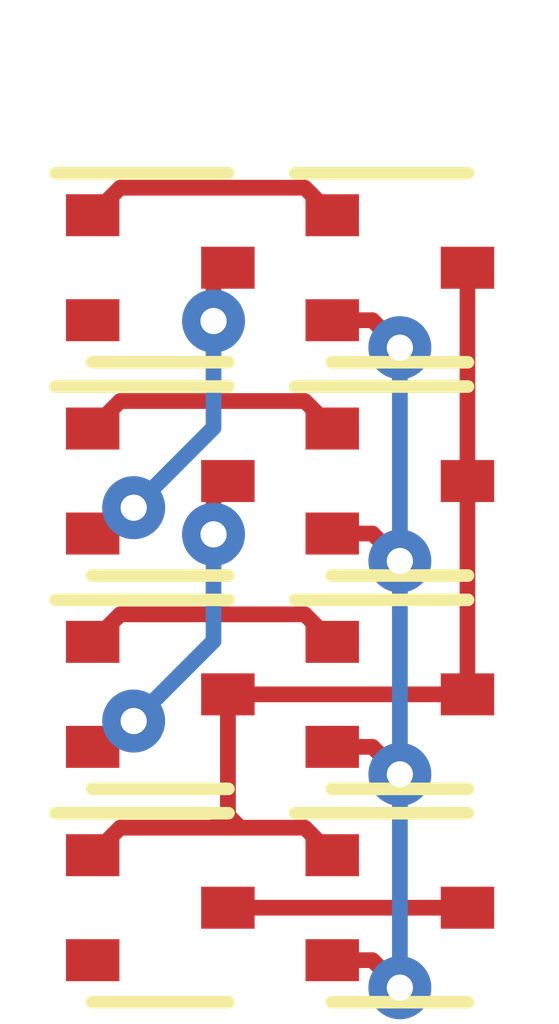
<source format=kicad_pcb>
(kicad_pcb (version 20211014) (generator pcbnew)
  (layers (0 "F.Cu" signal) (31 "B.Cu" signal) (34 "B.Paste" user) (35 "F.Paste" user) (36 "B.SilkS" user "B.Silkscreen") (37 "F.SilkS" user "F.Silkscreen") (38 "B.Mask" user) (39 "F.Mask" user) (44 "Edge.Cuts" user))
  (net 0 "")
  (net 1 "A")
  (net 2 "inter")
  (net 3 "VCC")
  (net 4 "B")
  (net 5 "C")
  (net 6 "GND")
  (net 7 "OUT")
  (net 8 "Net-(N1-Pad2)")
  (net 9 "Net-(N2-Pad2)")
  (footprint "Package_TO_SOT_SMD:SOT-523" (layer "F.Cu") (at 129.54 69.088)
    (fp_text reference "P1" hide)
    (fp_text value "C5148641" hide)
    (fp_line (start -1 -0.9) (end 0.65 -0.9) (layer "F.SilkS") (width 0.12))
    (fp_line (start 0.65 0.9) (end -0.65 0.9) (layer "F.SilkS") (width 0.12))
    (pad "1" smd rect (at -0.645 -0.5 180) (size 0.51 0.4) (layers "F.Cu" "F.Paste" "F.Mask") (net 1 "A"))
    (pad "2" smd rect (at -0.645 0.5 180) (size 0.51 0.4) (layers "F.Cu" "F.Paste" "F.Mask") (net 3 "VCC"))
    (pad "3" smd rect (at 0.645 0 180) (size 0.51 0.4) (layers "F.Cu" "F.Paste" "F.Mask") (net 2 "inter"))
  )
  (footprint "Package_TO_SOT_SMD:SOT-523" (layer "F.Cu") (at 129.54 65.0244)
    (fp_text reference "P3" hide)
    (fp_text value "C5148641" hide)
    (fp_line (start -1 -0.9) (end 0.65 -0.9) (layer "F.SilkS") (width 0.12))
    (fp_line (start 0.65 0.9) (end -0.65 0.9) (layer "F.SilkS") (width 0.12))
    (pad "1" smd rect (at -0.645 -0.5 180) (size 0.51 0.4) (layers "F.Cu" "F.Paste" "F.Mask") (net 5 "C"))
    (pad "2" smd rect (at -0.645 0.5 180) (size 0.51 0.4) (layers "F.Cu" "F.Paste" "F.Mask") (net 3 "VCC"))
    (pad "3" smd rect (at 0.645 0 180) (size 0.51 0.4) (layers "F.Cu" "F.Paste" "F.Mask") (net 2 "inter"))
  )
  (footprint "Package_TO_SOT_SMD:SOT-523" (layer "F.Cu") (at 129.54 67.056)
    (fp_text reference "P2" hide)
    (fp_text value "C5148641" hide)
    (fp_line (start 0.65 0.9) (end -0.65 0.9) (layer "F.SilkS") (width 0.12))
    (fp_line (start -1 -0.9) (end 0.65 -0.9) (layer "F.SilkS") (width 0.12))
    (pad "1" smd rect (at -0.645 -0.5 180) (size 0.51 0.4) (layers "F.Cu" "F.Paste" "F.Mask") (net 4 "B"))
    (pad "2" smd rect (at -0.645 0.5 180) (size 0.51 0.4) (layers "F.Cu" "F.Paste" "F.Mask") (net 3 "VCC"))
    (pad "3" smd rect (at 0.645 0 180) (size 0.51 0.4) (layers "F.Cu" "F.Paste" "F.Mask") (net 2 "inter"))
  )
  (footprint "Package_TO_SOT_SMD:SOT-523" (layer "F.Cu") (at 127.254 65.024)
    (fp_text reference "N3" hide)
    (fp_text value "C2879716" hide)
    (fp_line (start -1 -0.9) (end 0.65 -0.9) (layer "F.SilkS") (width 0.12))
    (fp_line (start 0.65 0.9) (end -0.65 0.9) (layer "F.SilkS") (width 0.12))
    (pad "1" smd rect (at -0.645 -0.5 180) (size 0.51 0.4) (layers "F.Cu" "F.Paste" "F.Mask") (net 5 "C"))
    (pad "2" smd rect (at -0.645 0.5 180) (size 0.51 0.4) (layers "F.Cu" "F.Paste" "F.Mask") (net 6 "GND"))
    (pad "3" smd rect (at 0.645 0 180) (size 0.51 0.4) (layers "F.Cu" "F.Paste" "F.Mask") (net 9 "Net-(N2-Pad2)"))
  )
  (footprint "Package_TO_SOT_SMD:SOT-523" (layer "F.Cu") (at 127.254 69.088)
    (fp_text reference "N1" hide)
    (fp_text value "C2879716" hide)
    (fp_line (start 0.65 0.9) (end -0.65 0.9) (layer "F.SilkS") (width 0.12))
    (fp_line (start -1 -0.9) (end 0.65 -0.9) (layer "F.SilkS") (width 0.12))
    (pad "1" smd rect (at -0.645 -0.5 180) (size 0.51 0.4) (layers "F.Cu" "F.Paste" "F.Mask") (net 1 "A"))
    (pad "2" smd rect (at -0.645 0.5 180) (size 0.51 0.4) (layers "F.Cu" "F.Paste" "F.Mask") (net 8 "Net-(N1-Pad2)"))
    (pad "3" smd rect (at 0.645 0 180) (size 0.51 0.4) (layers "F.Cu" "F.Paste" "F.Mask") (net 2 "inter"))
  )
  (footprint "Package_TO_SOT_SMD:SOT-523" (layer "F.Cu") (at 127.254 67.056)
    (fp_text reference "N2" hide)
    (fp_text value "C2879716" hide)
    (fp_line (start 0.65 0.9) (end -0.65 0.9) (layer "F.SilkS") (width 0.12))
    (fp_line (start -1 -0.9) (end 0.65 -0.9) (layer "F.SilkS") (width 0.12))
    (pad "1" smd rect (at -0.645 -0.5 180) (size 0.51 0.4) (layers "F.Cu" "F.Paste" "F.Mask") (net 4 "B"))
    (pad "2" smd rect (at -0.645 0.5 180) (size 0.51 0.4) (layers "F.Cu" "F.Paste" "F.Mask") (net 9 "Net-(N2-Pad2)"))
    (pad "3" smd rect (at 0.645 0 180) (size 0.51 0.4) (layers "F.Cu" "F.Paste" "F.Mask") (net 8 "Net-(N1-Pad2)"))
  )
  (footprint "Package_TO_SOT_SMD:SOT-523" (layer "F.Cu") (at 129.54 71.12)
    (fp_text reference "P4" hide)
    (fp_text value "C5148641" hide)
    (fp_line (start -1 -0.9) (end 0.65 -0.9) (layer "F.SilkS") (width 0.12))
    (fp_line (start 0.65 0.9) (end -0.65 0.9) (layer "F.SilkS") (width 0.12))
    (pad "1" smd rect (at -0.645 -0.5 180) (size 0.51 0.4) (layers "F.Cu" "F.Paste" "F.Mask") (net 2 "inter"))
    (pad "2" smd rect (at -0.645 0.5 180) (size 0.51 0.4) (layers "F.Cu" "F.Paste" "F.Mask") (net 3 "VCC"))
    (pad "3" smd rect (at 0.645 0 180) (size 0.51 0.4) (layers "F.Cu" "F.Paste" "F.Mask") (net 7 "OUT"))
  )
  (footprint "Package_TO_SOT_SMD:SOT-523" (layer "F.Cu") (at 127.254 71.12)
    (fp_text reference "N4" hide)
    (fp_text value "C2879716" hide)
    (fp_line (start 0.65 0.9) (end -0.65 0.9) (layer "F.SilkS") (width 0.12))
    (fp_line (start -1 -0.9) (end 0.65 -0.9) (layer "F.SilkS") (width 0.12))
    (pad "1" smd rect (at -0.645 -0.5 180) (size 0.51 0.4) (layers "F.Cu" "F.Paste" "F.Mask") (net 2 "inter"))
    (pad "2" smd rect (at -0.645 0.5 180) (size 0.51 0.4) (layers "F.Cu" "F.Paste" "F.Mask") (net 6 "GND"))
    (pad "3" smd rect (at 0.645 0 180) (size 0.51 0.4) (layers "F.Cu" "F.Paste" "F.Mask") (net 7 "OUT"))
  )
  (segment (start 128.633 68.326) (end 126.871 68.326) (width 0.15) (layer "F.Cu") (net 1))
  (segment (start 128.895 68.588) (end 128.633 68.326) (width 0.15) (layer "F.Cu") (net 1))
  (segment (start 126.871 68.326) (end 126.609 68.588) (width 0.15) (layer "F.Cu") (net 1))
  (segment (start 130.185 69.088) (end 130.185 67.056) (width 0.15) (layer "F.Cu") (net 2))
  (segment (start 128.895 70.62) (end 128.633 70.358) (width 0.15) (layer "F.Cu") (net 2))
  (segment (start 127.899 70.241) (end 128.016 70.358) (width 0.15) (layer "F.Cu") (net 2))
  (segment (start 127.899 69.088) (end 127.899 70.221) (width 0.15) (layer "F.Cu") (net 2))
  (segment (start 130.185 67.056) (end 130.185 65.0244) (width 0.15) (layer "F.Cu") (net 2))
  (segment (start 128.633 70.358) (end 128.016 70.358) (width 0.15) (layer "F.Cu") (net 2))
  (segment (start 126.871 70.358) (end 126.609 70.62) (width 0.15) (layer "F.Cu") (net 2))
  (segment (start 128.016 70.358) (end 127.762 70.358) (width 0.15) (layer "F.Cu") (net 2))
  (segment (start 127.899 69.088) (end 127.899 70.241) (width 0.15) (layer "F.Cu") (net 2))
  (segment (start 127.899 70.221) (end 127.762 70.358) (width 0.15) (layer "F.Cu") (net 2))
  (segment (start 127.899 69.088) (end 130.185 69.088) (width 0.15) (layer "F.Cu") (net 2))
  (segment (start 127.762 70.358) (end 126.871 70.358) (width 0.15) (layer "F.Cu") (net 2))
  (segment (start 129.278 69.588) (end 129.54 69.85) (width 0.15) (layer "F.Cu") (net 3))
  (segment (start 129.278 71.62) (end 129.54 71.882) (width 0.15) (layer "F.Cu") (net 3))
  (segment (start 128.895 67.556) (end 129.278 67.556) (width 0.15) (layer "F.Cu") (net 3))
  (segment (start 129.2784 65.5244) (end 129.54 65.786) (width 0.15) (layer "F.Cu") (net 3))
  (segment (start 129.278 67.556) (end 129.54 67.818) (width 0.15) (layer "F.Cu") (net 3))
  (segment (start 128.895 69.588) (end 129.278 69.588) (width 0.15) (layer "F.Cu") (net 3))
  (segment (start 128.895 65.5244) (end 129.2784 65.5244) (width 0.15) (layer "F.Cu") (net 3))
  (segment (start 128.895 71.62) (end 129.278 71.62) (width 0.15) (layer "F.Cu") (net 3))
  (via (at 129.54 65.786) (size 0.6) (drill 0.25) (layers "F.Cu" "B.Cu") (net 3))
  (via (at 129.54 71.882) (size 0.6) (drill 0.25) (layers "F.Cu" "B.Cu") (net 3))
  (via (at 129.54 69.85) (size 0.6) (drill 0.25) (layers "F.Cu" "B.Cu") (net 3))
  (via (at 129.54 67.818) (size 0.6) (drill 0.25) (layers "F.Cu" "B.Cu") (net 3))
  (segment (start 129.54 69.85) (end 129.54 71.882) (width 0.15) (layer "B.Cu") (net 3))
  (segment (start 129.54 65.786) (end 129.54 69.85) (width 0.15) (layer "B.Cu") (net 3))
  (segment (start 126.871 66.294) (end 126.609 66.556) (width 0.15) (layer "F.Cu") (net 4))
  (segment (start 128.895 66.556) (end 128.633 66.294) (width 0.15) (layer "F.Cu") (net 4))
  (segment (start 128.633 66.294) (end 126.871 66.294) (width 0.15) (layer "F.Cu") (net 4))
  (segment (start 128.6326 64.262) (end 126.871 64.262) (width 0.15) (layer "F.Cu") (net 5))
  (segment (start 128.895 64.5244) (end 128.6326 64.262) (width 0.15) (layer "F.Cu") (net 5))
  (segment (start 126.871 64.262) (end 126.609 64.524) (width 0.15) (layer "F.Cu") (net 5))
  (segment (start 130.185 71.12) (end 127.899 71.12) (width 0.15) (layer "F.Cu") (net 7))
  (segment (start 127.762 67.564) (end 127.762 67.193) (width 0.15) (layer "F.Cu") (net 8))
  (segment (start 126.609 69.588) (end 126.754 69.588) (width 0.15) (layer "F.Cu") (net 8))
  (segment (start 127.762 67.193) (end 127.899 67.056) (width 0.15) (layer "F.Cu") (net 8))
  (segment (start 126.754 69.588) (end 127 69.342) (width 0.15) (layer "F.Cu") (net 8))
  (via (at 127.762 67.564) (size 0.6) (drill 0.25) (layers "F.Cu" "B.Cu") (net 8))
  (via (at 127 69.342) (size 0.6) (drill 0.25) (layers "F.Cu" "B.Cu") (net 8))
  (segment (start 127 69.342) (end 127.762 68.58) (width 0.15) (layer "B.Cu") (net 8))
  (segment (start 127.762 68.58) (end 127.762 67.564) (width 0.15) (layer "B.Cu") (net 8))
  (segment (start 126.754 67.556) (end 127 67.31) (width 0.15) (layer "F.Cu") (net 9))
  (segment (start 127.762 65.532) (end 127.762 65.161) (width 0.15) (layer "F.Cu") (net 9))
  (segment (start 126.609 67.556) (end 126.754 67.556) (width 0.15) (layer "F.Cu") (net 9))
  (segment (start 127.762 65.161) (end 127.899 65.024) (width 0.15) (layer "F.Cu") (net 9))
  (via (at 127 67.31) (size 0.6) (drill 0.25) (layers "F.Cu" "B.Cu") (net 9))
  (via (at 127.762 65.532) (size 0.6) (drill 0.25) (layers "F.Cu" "B.Cu") (net 9))
  (segment (start 127 67.31) (end 127.762 66.548) (width 0.15) (layer "B.Cu") (net 9))
  (segment (start 127.762 66.548) (end 127.762 65.532) (width 0.15) (layer "B.Cu") (net 9))
)
</source>
